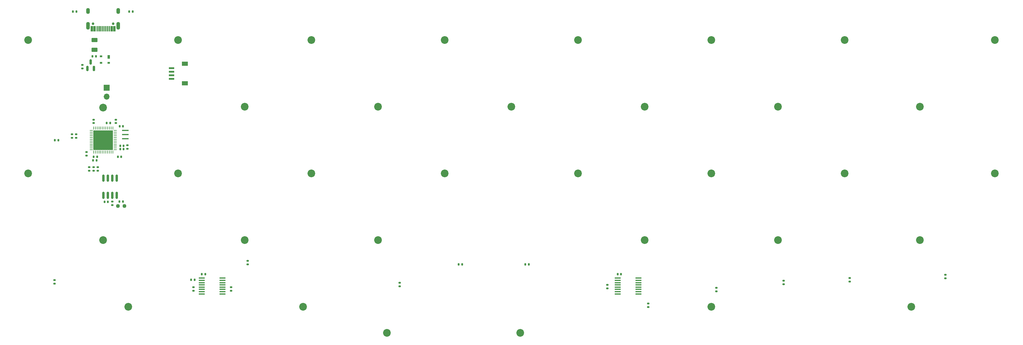
<source format=gbr>
%TF.GenerationSoftware,KiCad,Pcbnew,(6.0.0)*%
%TF.CreationDate,2022-12-27T13:23:36-08:00*%
%TF.ProjectId,denna,64656e6e-612e-46b6-9963-61645f706362,rev?*%
%TF.SameCoordinates,Original*%
%TF.FileFunction,Soldermask,Bot*%
%TF.FilePolarity,Negative*%
%FSLAX46Y46*%
G04 Gerber Fmt 4.6, Leading zero omitted, Abs format (unit mm)*
G04 Created by KiCad (PCBNEW (6.0.0)) date 2022-12-27 13:23:36*
%MOMM*%
%LPD*%
G01*
G04 APERTURE LIST*
G04 Aperture macros list*
%AMRoundRect*
0 Rectangle with rounded corners*
0 $1 Rounding radius*
0 $2 $3 $4 $5 $6 $7 $8 $9 X,Y pos of 4 corners*
0 Add a 4 corners polygon primitive as box body*
4,1,4,$2,$3,$4,$5,$6,$7,$8,$9,$2,$3,0*
0 Add four circle primitives for the rounded corners*
1,1,$1+$1,$2,$3*
1,1,$1+$1,$4,$5*
1,1,$1+$1,$6,$7*
1,1,$1+$1,$8,$9*
0 Add four rect primitives between the rounded corners*
20,1,$1+$1,$2,$3,$4,$5,0*
20,1,$1+$1,$4,$5,$6,$7,0*
20,1,$1+$1,$6,$7,$8,$9,0*
20,1,$1+$1,$8,$9,$2,$3,0*%
G04 Aperture macros list end*
%ADD10C,2.200000*%
%ADD11RoundRect,0.135000X-0.185000X0.135000X-0.185000X-0.135000X0.185000X-0.135000X0.185000X0.135000X0*%
%ADD12RoundRect,0.140000X0.170000X-0.140000X0.170000X0.140000X-0.170000X0.140000X-0.170000X-0.140000X0*%
%ADD13RoundRect,0.135000X0.185000X-0.135000X0.185000X0.135000X-0.185000X0.135000X-0.185000X-0.135000X0*%
%ADD14RoundRect,0.140000X0.140000X0.170000X-0.140000X0.170000X-0.140000X-0.170000X0.140000X-0.170000X0*%
%ADD15C,0.750000*%
%ADD16RoundRect,0.050000X-0.300000X-0.725000X0.300000X-0.725000X0.300000X0.725000X-0.300000X0.725000X0*%
%ADD17RoundRect,0.050000X-0.150000X-0.725000X0.150000X-0.725000X0.150000X0.725000X-0.150000X0.725000X0*%
%ADD18O,1.100000X1.700000*%
%ADD19O,1.100000X2.200000*%
%ADD20RoundRect,0.140000X-0.140000X-0.170000X0.140000X-0.170000X0.140000X0.170000X-0.140000X0.170000X0*%
%ADD21R,0.700000X1.000000*%
%ADD22R,0.700000X0.600000*%
%ADD23RoundRect,0.135000X-0.135000X-0.185000X0.135000X-0.185000X0.135000X0.185000X-0.135000X0.185000X0*%
%ADD24R,1.778000X0.419100*%
%ADD25R,1.800000X1.200000*%
%ADD26R,1.550000X0.600000*%
%ADD27RoundRect,0.150000X0.150000X-0.587500X0.150000X0.587500X-0.150000X0.587500X-0.150000X-0.587500X0*%
%ADD28RoundRect,0.062500X0.375000X0.062500X-0.375000X0.062500X-0.375000X-0.062500X0.375000X-0.062500X0*%
%ADD29RoundRect,0.062500X0.062500X0.375000X-0.062500X0.375000X-0.062500X-0.375000X0.062500X-0.375000X0*%
%ADD30R,5.600000X5.600000*%
%ADD31RoundRect,0.135000X0.135000X0.185000X-0.135000X0.185000X-0.135000X-0.185000X0.135000X-0.185000X0*%
%ADD32R,1.700000X1.700000*%
%ADD33O,1.700000X1.700000*%
%ADD34RoundRect,0.237500X0.250000X0.237500X-0.250000X0.237500X-0.250000X-0.237500X0.250000X-0.237500X0*%
%ADD35RoundRect,0.250000X-0.625000X0.375000X-0.625000X-0.375000X0.625000X-0.375000X0.625000X0.375000X0*%
%ADD36R,1.900000X0.400000*%
%ADD37RoundRect,0.140000X-0.170000X0.140000X-0.170000X-0.140000X0.170000X-0.140000X0.170000X0.140000X0*%
%ADD38RoundRect,0.150000X0.150000X-0.825000X0.150000X0.825000X-0.150000X0.825000X-0.150000X-0.825000X0*%
G04 APERTURE END LIST*
D10*
%TO.C,H11*%
X123825312Y-47625120D03*
%TD*%
%TO.C,H4*%
X142875360Y-28575072D03*
%TD*%
%TO.C,H13*%
X200025504Y-47625120D03*
%TD*%
%TO.C,H14*%
X238125600Y-47625120D03*
%TD*%
%TO.C,H26*%
X123825000Y-85725000D03*
%TD*%
%TO.C,H25*%
X85725000Y-85725000D03*
%TD*%
%TO.C,H19*%
X142875000Y-66675000D03*
%TD*%
%TO.C,H30*%
X278606250Y-85725000D03*
%TD*%
%TO.C,H17*%
X66675000Y-66675000D03*
%TD*%
%TO.C,H32*%
X102393750Y-104775000D03*
%TD*%
%TO.C,H24*%
X45243750Y-85725000D03*
%TD*%
%TO.C,H29*%
X238125000Y-85725000D03*
%TD*%
%TO.C,H2*%
X66675000Y-28575072D03*
%TD*%
%TO.C,H34*%
X164430750Y-112223000D03*
%TD*%
%TO.C,H23*%
X300037500Y-66675000D03*
%TD*%
%TO.C,H10*%
X85725216Y-47625120D03*
%TD*%
%TO.C,H7*%
X257175648Y-28575072D03*
%TD*%
%TO.C,H16*%
X23812560Y-66675168D03*
%TD*%
%TO.C,H9*%
X45243750Y-47827240D03*
%TD*%
%TO.C,H28*%
X200025000Y-85725000D03*
%TD*%
%TO.C,H5*%
X180975456Y-28575072D03*
%TD*%
%TO.C,H36*%
X276225696Y-104775000D03*
%TD*%
%TO.C,H3*%
X104775264Y-28575072D03*
%TD*%
%TO.C,H8*%
X300038256Y-28575072D03*
%TD*%
%TO.C,H21*%
X219075000Y-66675000D03*
%TD*%
%TO.C,H31*%
X52387500Y-104775000D03*
%TD*%
%TO.C,H22*%
X257175000Y-66675000D03*
%TD*%
%TO.C,H20*%
X180975000Y-66675000D03*
%TD*%
%TO.C,H1*%
X23812500Y-28575000D03*
%TD*%
%TO.C,H6*%
X219075552Y-28575072D03*
%TD*%
%TO.C,H35*%
X219075000Y-104775000D03*
%TD*%
%TO.C,H15*%
X278606250Y-47625120D03*
%TD*%
%TO.C,H33*%
X126330750Y-112223000D03*
%TD*%
%TO.C,H12*%
X161925408Y-47625120D03*
%TD*%
%TO.C,H18*%
X104775000Y-66675000D03*
%TD*%
D11*
%TO.C,R14*%
X201017694Y-103783074D03*
X201017694Y-104803074D03*
%TD*%
D12*
%TO.C,C7*%
X48815748Y-52272318D03*
X48815748Y-51312318D03*
%TD*%
D13*
%TO.C,R27*%
X36314154Y-56469516D03*
X36314154Y-55449516D03*
%TD*%
D11*
%TO.C,R16*%
X81756456Y-99144704D03*
X81756456Y-100164704D03*
%TD*%
D14*
%TO.C,C1*%
X43144170Y-33181336D03*
X42184170Y-33181336D03*
%TD*%
D15*
%TO.C,USB1*%
X42353750Y-23915680D03*
X48133750Y-23915680D03*
D16*
X42018750Y-25360680D03*
X42793750Y-25360680D03*
D17*
X43493750Y-25360680D03*
X43993750Y-25360680D03*
X44493750Y-25360680D03*
X44993750Y-25360680D03*
X45493750Y-25360680D03*
X45993750Y-25360680D03*
X46493750Y-25360680D03*
X46993750Y-25360680D03*
D16*
X47693750Y-25360680D03*
X48468750Y-25360680D03*
D18*
X49563750Y-20265680D03*
X40923750Y-20265680D03*
D19*
X49563750Y-24445680D03*
X40923750Y-24445680D03*
%TD*%
D20*
%TO.C,C11*%
X192288652Y-95448678D03*
X193248652Y-95448678D03*
%TD*%
D21*
%TO.C,D1*%
X46843750Y-33361336D03*
D22*
X46843750Y-35081336D03*
X44643750Y-35081336D03*
X44643750Y-33181336D03*
%TD*%
D23*
%TO.C,R2*%
X46208244Y-52272318D03*
X47228244Y-52272318D03*
%TD*%
D24*
%TO.C,U4*%
X198237332Y-96548824D03*
X198237332Y-97199064D03*
X198237332Y-97849304D03*
X198237332Y-98499544D03*
X198237332Y-99144704D03*
X198237332Y-99794944D03*
X198237332Y-100445184D03*
X198237332Y-101095424D03*
X192288652Y-101095424D03*
X192288652Y-100445184D03*
X192288652Y-99794944D03*
X192288652Y-99144704D03*
X192288652Y-98499544D03*
X192288652Y-97849304D03*
X192288652Y-97199064D03*
X192288652Y-96548824D03*
%TD*%
D11*
%TO.C,R19*%
X129976890Y-97915248D03*
X129976890Y-98935248D03*
%TD*%
D25*
%TO.C,J1*%
X68612500Y-35300096D03*
X68612500Y-40900096D03*
D26*
X64737500Y-36600096D03*
X64737500Y-37600096D03*
X64737500Y-38600096D03*
X64737500Y-39600096D03*
%TD*%
D13*
%TO.C,R6*%
X37504782Y-56469516D03*
X37504782Y-55449516D03*
%TD*%
D11*
%TO.C,R26*%
X43656360Y-64889226D03*
X43656360Y-65909226D03*
%TD*%
D27*
%TO.C,U1*%
X42621980Y-36656340D03*
X40721980Y-36656340D03*
X41671980Y-34781340D03*
%TD*%
D11*
%TO.C,R10*%
X220464618Y-99304314D03*
X220464618Y-100324314D03*
%TD*%
D28*
%TO.C,U2*%
X48681250Y-54400000D03*
X48681250Y-54900000D03*
X48681250Y-55400000D03*
X48681250Y-55900000D03*
X48681250Y-56400000D03*
X48681250Y-56900000D03*
X48681250Y-57400000D03*
X48681250Y-57900000D03*
X48681250Y-58400000D03*
X48681250Y-58900000D03*
X48681250Y-59400000D03*
X48681250Y-59900000D03*
D29*
X47993750Y-60587500D03*
X47493750Y-60587500D03*
X46993750Y-60587500D03*
X46493750Y-60587500D03*
X45993750Y-60587500D03*
X45493750Y-60587500D03*
X44993750Y-60587500D03*
X44493750Y-60587500D03*
X43993750Y-60587500D03*
X43493750Y-60587500D03*
X42993750Y-60587500D03*
X42493750Y-60587500D03*
D28*
X41806250Y-59900000D03*
X41806250Y-59400000D03*
X41806250Y-58900000D03*
X41806250Y-58400000D03*
X41806250Y-57900000D03*
X41806250Y-57400000D03*
X41806250Y-56900000D03*
X41806250Y-56400000D03*
X41806250Y-55900000D03*
X41806250Y-55400000D03*
X41806250Y-54900000D03*
X41806250Y-54400000D03*
D29*
X42493750Y-53712500D03*
X42993750Y-53712500D03*
X43493750Y-53712500D03*
X43993750Y-53712500D03*
X44493750Y-53712500D03*
X44993750Y-53712500D03*
X45493750Y-53712500D03*
X45993750Y-53712500D03*
X46493750Y-53712500D03*
X46993750Y-53712500D03*
X47493750Y-53712500D03*
X47993750Y-53712500D03*
D30*
X45243750Y-57150000D03*
%TD*%
D31*
%TO.C,R9*%
X71352366Y-97036182D03*
X70332366Y-97036182D03*
%TD*%
D32*
%TO.C,JP1*%
X46236054Y-42182922D03*
D33*
X46236054Y-44722922D03*
%TD*%
D12*
%TO.C,C6*%
X42465732Y-52272318D03*
X42465732Y-51312318D03*
%TD*%
D14*
%TO.C,C5*%
X43493750Y-61912656D03*
X42533750Y-61912656D03*
%TD*%
D11*
%TO.C,R8*%
X189309852Y-98499544D03*
X189309852Y-99519544D03*
%TD*%
D34*
%TO.C,JP2*%
X51315752Y-76001754D03*
X49490752Y-76001754D03*
%TD*%
D13*
%TO.C,R23*%
X42465732Y-65909226D03*
X42465732Y-64889226D03*
%TD*%
D20*
%TO.C,C3*%
X49923252Y-53181384D03*
X50883252Y-53181384D03*
%TD*%
D35*
%TO.C,F1*%
X42793864Y-28564138D03*
X42793864Y-31364138D03*
%TD*%
D11*
%TO.C,R21*%
X47863244Y-74698002D03*
X47863244Y-75718002D03*
%TD*%
D31*
%TO.C,R3*%
X43372608Y-62904846D03*
X42352608Y-62904846D03*
%TD*%
D11*
%TO.C,R20*%
X285949158Y-96653992D03*
X285949158Y-95633992D03*
%TD*%
%TO.C,R13*%
X71040804Y-99144704D03*
X71040804Y-100164704D03*
%TD*%
D36*
%TO.C,Y1*%
X51593880Y-56762640D03*
X51593880Y-55562640D03*
X51593880Y-54362640D03*
%TD*%
D37*
%TO.C,C4*%
X40481352Y-60587500D03*
X40481352Y-61547500D03*
%TD*%
D14*
%TO.C,C12*%
X46593244Y-74811126D03*
X45633244Y-74811126D03*
%TD*%
D20*
%TO.C,C13*%
X49411062Y-61912656D03*
X50371062Y-61912656D03*
%TD*%
D11*
%TO.C,R17*%
X258564714Y-96526182D03*
X258564714Y-97546182D03*
%TD*%
D31*
%TO.C,R18*%
X147836310Y-92670546D03*
X146816310Y-92670546D03*
%TD*%
D24*
%TO.C,U3*%
X79372970Y-96548824D03*
X79372970Y-97199064D03*
X79372970Y-97849304D03*
X79372970Y-98499544D03*
X79372970Y-99144704D03*
X79372970Y-99794944D03*
X79372970Y-100445184D03*
X79372970Y-101095424D03*
X73424290Y-101095424D03*
X73424290Y-100445184D03*
X73424290Y-99794944D03*
X73424290Y-99144704D03*
X73424290Y-98499544D03*
X73424290Y-97849304D03*
X73424290Y-97199064D03*
X73424290Y-96548824D03*
%TD*%
D20*
%TO.C,C9*%
X50121690Y-58737648D03*
X51081690Y-58737648D03*
%TD*%
D31*
%TO.C,R4*%
X37617906Y-20439114D03*
X36597906Y-20439114D03*
%TD*%
D20*
%TO.C,C8*%
X50121690Y-59729838D03*
X51081690Y-59729838D03*
%TD*%
D11*
%TO.C,R12*%
X239713104Y-97319934D03*
X239713104Y-98339934D03*
%TD*%
D12*
%TO.C,C2*%
X39290724Y-36656340D03*
X39290724Y-35696340D03*
%TD*%
D13*
%TO.C,R11*%
X86518968Y-92670546D03*
X86518968Y-91650546D03*
%TD*%
D31*
%TO.C,R15*%
X166886358Y-92670546D03*
X165866358Y-92670546D03*
%TD*%
D13*
%TO.C,R24*%
X41275104Y-65909226D03*
X41275104Y-64889226D03*
%TD*%
%TO.C,R1*%
X52189194Y-59644524D03*
X52189194Y-58624524D03*
%TD*%
D23*
%TO.C,R5*%
X52671384Y-20439114D03*
X53691384Y-20439114D03*
%TD*%
D11*
%TO.C,R7*%
X31353204Y-97121496D03*
X31353204Y-98141496D03*
%TD*%
D23*
%TO.C,R25*%
X31438518Y-57150144D03*
X32458518Y-57150144D03*
%TD*%
D20*
%TO.C,C10*%
X73424290Y-95448678D03*
X74384290Y-95448678D03*
%TD*%
D38*
%TO.C,U5*%
X49133244Y-72920490D03*
X47863244Y-72920490D03*
X46593244Y-72920490D03*
X45323244Y-72920490D03*
X45323244Y-67970490D03*
X46593244Y-67970490D03*
X47863244Y-67970490D03*
X49133244Y-67970490D03*
%TD*%
D23*
%TO.C,R22*%
X49893252Y-74698002D03*
X50913252Y-74698002D03*
%TD*%
M02*

</source>
